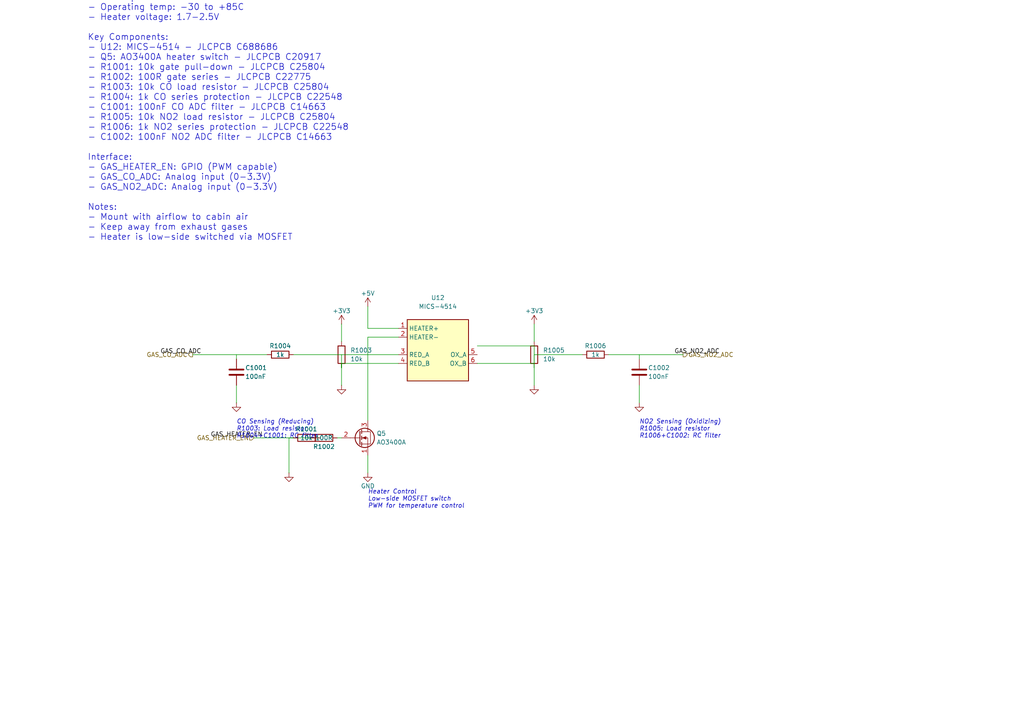
<source format=kicad_sch>
(kicad_sch (version 20231120) (generator "eeschema") (generator_version "8.0")
  (paper "A4")
  (title_block (title "Section 10: Gas Sensor") (date "2026-01-29") (rev "1.0") (company "IMSAFE Project") (comment 1 "MICS-4514 CO + NO2 Dual Gas Sensor") (comment 2 "Analog outputs with heater control"))
  (lib_symbols
    (symbol "Device:C" (pin_numbers hide) (pin_names (offset 0.254))
      (property "Reference" "C" (at 0.635 2.54 0))
      (property "Value" "C" (at 0.635 -2.54 0))
      (symbol "C_0_1"
        (polyline (pts (xy -2.032 -0.762) (xy 2.032 -0.762)) (stroke (width 0.508)))
        (polyline (pts (xy -2.032 0.762) (xy 2.032 0.762)) (stroke (width 0.508)))
      )
      (symbol "C_1_1"
        (pin passive line (at 0 3.81 270) (length 2.794) (name "~") (number "1"))
        (pin passive line (at 0 -3.81 90) (length 2.794) (name "~") (number "2"))
      )
    )
    (symbol "Device:R" (pin_numbers hide) (pin_names (offset 0))
      (property "Reference" "R" (at 2.032 0 90))
      (property "Value" "R" (at 0 0 90))
      (symbol "R_0_1"
        (rectangle (start -1.016 -2.54) (end 1.016 2.54) (stroke (width 0.254)))
      )
      (symbol "R_1_1"
        (pin passive line (at 0 3.81 270) (length 1.27) (name "~") (number "1"))
        (pin passive line (at 0 -3.81 90) (length 1.27) (name "~") (number "2"))
      )
    )
    (symbol "power:GND" (power) (pin_numbers hide) (pin_names (offset 0) hide)
      (property "Value" "GND" (at 0 -3.81 0))
      (symbol "GND_0_1"
        (polyline (pts (xy 0 0) (xy 0 -1.27) (xy 1.27 -1.27) (xy 0 -2.54) (xy -1.27 -1.27) (xy 0 -1.27)))
      )
      (symbol "GND_1_1"
        (pin power_in line (at 0 0 270) (length 0) (name "GND") (number "1"))
      )
    )
    (symbol "power:+3V3" (power) (pin_numbers hide) (pin_names (offset 0) hide)
      (property "Value" "+3V3" (at 0 3.556 0))
      (symbol "+3V3_0_1"
        (polyline (pts (xy -0.762 1.27) (xy 0 2.54)))
        (polyline (pts (xy 0 0) (xy 0 2.54)))
        (polyline (pts (xy 0 2.54) (xy 0.762 1.27)))
      )
      (symbol "+3V3_1_1"
        (pin power_in line (at 0 0 90) (length 0) (name "+3V3") (number "1"))
      )
    )
    (symbol "power:+5V" (power) (pin_numbers hide) (pin_names (offset 0) hide)
      (property "Value" "+5V" (at 0 3.556 0))
      (symbol "+5V_0_1"
        (polyline (pts (xy -0.762 1.27) (xy 0 2.54)))
        (polyline (pts (xy 0 0) (xy 0 2.54)))
        (polyline (pts (xy 0 2.54) (xy 0.762 1.27)))
      )
      (symbol "+5V_1_1"
        (pin power_in line (at 0 0 90) (length 0) (name "+5V") (number "1"))
      )
    )
    (symbol "Transistor_FET:AO3400A" (pin_names hide)
      (property "Reference" "Q" (at 5.08 1.905 0))
      (property "Value" "AO3400A" (at 5.08 0 0))
      (symbol "AO3400A_0_1"
        (polyline (pts (xy 0.254 0) (xy -2.54 0)))
        (polyline (pts (xy 0.254 1.905) (xy 0.254 -1.905)) (stroke (width 0.254)))
        (polyline (pts (xy 0.762 -1.27) (xy 0.762 -2.286)) (stroke (width 0.254)))
        (polyline (pts (xy 0.762 0.508) (xy 0.762 -0.508)) (stroke (width 0.254)))
        (polyline (pts (xy 0.762 2.286) (xy 0.762 1.27)) (stroke (width 0.254)))
        (polyline (pts (xy 2.54 2.54) (xy 2.54 1.778)))
        (polyline (pts (xy 2.54 -2.54) (xy 2.54 0) (xy 0.762 0)))
        (polyline (pts (xy 0.762 -1.778) (xy 3.302 -1.778) (xy 3.302 1.778) (xy 0.762 1.778)))
        (polyline (pts (xy 1.016 0) (xy 2.032 0.381) (xy 2.032 -0.381) (xy 1.016 0)) (fill (type outline)))
        (circle (center 1.651 0) (radius 2.794) (stroke (width 0.254)))
      )
      (symbol "AO3400A_1_1"
        (pin passive line (at 2.54 -5.08 90) (length 2.54) (name "S") (number "1"))
        (pin input line (at -5.08 0 0) (length 2.54) (name "G") (number "2"))
        (pin passive line (at 2.54 5.08 270) (length 2.54) (name "D") (number "3"))
      )
    )
    (symbol "Sensor_Gas:MICS-4514"
      (property "Reference" "U" (at 0 12.7 0))
      (property "Value" "MICS-4514" (at 0 10.16 0))
      (symbol "MICS-4514_0_1"
        (rectangle (start -8.89 8.89) (end 8.89 -8.89) (stroke (width 0.254)) (fill (type background)))
      )
      (symbol "MICS-4514_1_1"
        (pin passive line (at -11.43 6.35 0) (length 2.54) (name "HEATER+") (number "1"))
        (pin passive line (at -11.43 3.81 0) (length 2.54) (name "HEATER-") (number "2"))
        (pin passive line (at -11.43 -1.27 0) (length 2.54) (name "RED_A") (number "3"))
        (pin passive line (at -11.43 -3.81 0) (length 2.54) (name "RED_B") (number "4"))
        (pin passive line (at 11.43 -1.27 180) (length 2.54) (name "OX_A") (number "5"))
        (pin passive line (at 11.43 -3.81 180) (length 2.54) (name "OX_B") (number "6"))
      )
    )
  )
  (text "MICS-4514 Dual Gas Sensor\n\nSpecifications:\n- CO (Reducing) range: 1-1000 ppm\n- NO2 (Oxidizing) range: 0.05-10 ppm\n- Heater power: ~80 mW\n- Warmup time: 30 seconds\n- Operating temp: -30 to +85C\n- Heater voltage: 1.7-2.5V\n\nKey Components:\n- U12: MICS-4514 - JLCPCB C688686\n- Q5: AO3400A heater switch - JLCPCB C20917\n- R1001: 10k gate pull-down - JLCPCB C25804\n- R1002: 100R gate series - JLCPCB C22775\n- R1003: 10k CO load resistor - JLCPCB C25804\n- R1004: 1k CO series protection - JLCPCB C22548\n- C1001: 100nF CO ADC filter - JLCPCB C14663\n- R1005: 10k NO2 load resistor - JLCPCB C25804\n- R1006: 1k NO2 series protection - JLCPCB C22548\n- C1002: 100nF NO2 ADC filter - JLCPCB C14663\n\nInterface:\n- GAS_HEATER_EN: GPIO (PWM capable)\n- GAS_CO_ADC: Analog input (0-3.3V)\n- GAS_NO2_ADC: Analog input (0-3.3V)\n\nNotes:\n- Mount with airflow to cabin air\n- Keep away from exhaust gases\n- Heater is low-side switched via MOSFET" (at 25.4 25.4 0) (effects (font (size 1.8 1.8)) (justify left)))
  (symbol (lib_id "Sensor_Gas:MICS-4514") (at 127 101.6 0) (unit 1)
    (property "Reference" "U12" (at 127 86.36 0))
    (property "Value" "MICS-4514" (at 127 88.9 0))
    (property "Footprint" "Sensor_Gas:SGX_MICS-4514" (effects hide))
    (property "Datasheet" "https://www.sgxsensortech.com/content/uploads/2014/08/1084_Datasheet-MiCS-4514.pdf" (effects hide))
    (property "JLCPCB" "C688686" (effects hide))
  )
  (symbol (lib_id "Transistor_FET:AO3400A") (at 104.14 127 0) (unit 1)
    (property "Reference" "Q5" (at 109.22 125.73 0) (effects (justify left)))
    (property "Value" "AO3400A" (at 109.22 128.27 0) (effects (justify left)))
    (property "Footprint" "Package_TO_SOT_SMD:SOT-23" (effects hide))
    (property "Datasheet" "http://www.aosmd.com/pdfs/datasheet/AO3400A.pdf" (effects hide))
    (property "JLCPCB" "C20917" (effects hide))
  )
  (symbol (lib_id "Device:R") (at 88.9 127 90) (unit 1)
    (property "Reference" "R1001" (at 88.9 124.46 90))
    (property "Value" "10k" (at 88.9 127 90))
    (property "Footprint" "Resistor_SMD:R_0603_1608Metric" (effects hide))
    (property "JLCPCB" "C25804" (effects hide))
  )
  (symbol (lib_id "Device:R") (at 93.98 127 90) (unit 1)
    (property "Reference" "R1002" (at 93.98 129.54 90))
    (property "Value" "100R" (at 93.98 127 90))
    (property "Footprint" "Resistor_SMD:R_0603_1608Metric" (effects hide))
    (property "JLCPCB" "C22775" (effects hide))
  )
  (symbol (lib_id "Device:R") (at 99.06 102.87 0) (unit 1)
    (property "Reference" "R1003" (at 101.6 101.6 0) (effects (justify left)))
    (property "Value" "10k" (at 101.6 104.14 0) (effects (justify left)))
    (property "Footprint" "Resistor_SMD:R_0603_1608Metric" (effects hide))
    (property "JLCPCB" "C25804" (effects hide))
  )
  (symbol (lib_id "Device:R") (at 81.28 102.87 90) (unit 1)
    (property "Reference" "R1004" (at 81.28 100.33 90))
    (property "Value" "1k" (at 81.28 102.87 90))
    (property "Footprint" "Resistor_SMD:R_0603_1608Metric" (effects hide))
    (property "JLCPCB" "C22548" (effects hide))
  )
  (symbol (lib_id "Device:C") (at 68.58 107.95 0) (unit 1)
    (property "Reference" "C1001" (at 71.12 106.68 0) (effects (justify left)))
    (property "Value" "100nF" (at 71.12 109.22 0) (effects (justify left)))
    (property "Footprint" "Capacitor_SMD:C_0603_1608Metric" (effects hide))
    (property "JLCPCB" "C14663" (effects hide))
  )
  (symbol (lib_id "Device:R") (at 154.94 102.87 0) (unit 1)
    (property "Reference" "R1005" (at 157.48 101.6 0) (effects (justify left)))
    (property "Value" "10k" (at 157.48 104.14 0) (effects (justify left)))
    (property "Footprint" "Resistor_SMD:R_0603_1608Metric" (effects hide))
    (property "JLCPCB" "C25804" (effects hide))
  )
  (symbol (lib_id "Device:R") (at 172.72 102.87 90) (unit 1)
    (property "Reference" "R1006" (at 172.72 100.33 90))
    (property "Value" "1k" (at 172.72 102.87 90))
    (property "Footprint" "Resistor_SMD:R_0603_1608Metric" (effects hide))
    (property "JLCPCB" "C22548" (effects hide))
  )
  (symbol (lib_id "Device:C") (at 185.42 107.95 0) (unit 1)
    (property "Reference" "C1002" (at 187.96 106.68 0) (effects (justify left)))
    (property "Value" "100nF" (at 187.96 109.22 0) (effects (justify left)))
    (property "Footprint" "Capacitor_SMD:C_0603_1608Metric" (effects hide))
    (property "JLCPCB" "C14663" (effects hide))
  )
  (symbol (lib_id "power:+5V") (at 106.68 88.9 0) (unit 1)
    (property "Reference" "#PWR1001" (effects hide))
    (property "Value" "+5V" (at 106.68 85.09 0))
  )
  (symbol (lib_id "power:+3V3") (at 99.06 93.98 0) (unit 1)
    (property "Reference" "#PWR1002" (effects hide))
    (property "Value" "+3V3" (at 99.06 90.17 0))
  )
  (symbol (lib_id "power:+3V3") (at 154.94 93.98 0) (unit 1)
    (property "Reference" "#PWR1003" (effects hide))
    (property "Value" "+3V3" (at 154.94 90.17 0))
  )
  (symbol (lib_id "power:GND") (at 106.68 137.16 0) (unit 1)
    (property "Reference" "#PWR1004" (effects hide))
    (property "Value" "GND" (at 106.68 140.97 0))
  )
  (symbol (lib_id "power:GND") (at 83.82 137.16 0) (unit 1)
    (property "Reference" "#PWR1005" (effects hide))
    (property "Value" "GND" (effects hide))
  )
  (symbol (lib_id "power:GND") (at 99.06 111.76 0) (unit 1)
    (property "Reference" "#PWR1006" (effects hide))
    (property "Value" "GND" (effects hide))
  )
  (symbol (lib_id "power:GND") (at 68.58 116.84 0) (unit 1)
    (property "Reference" "#PWR1007" (effects hide))
    (property "Value" "GND" (effects hide))
  )
  (symbol (lib_id "power:GND") (at 154.94 111.76 0) (unit 1)
    (property "Reference" "#PWR1008" (effects hide))
    (property "Value" "GND" (effects hide))
  )
  (symbol (lib_id "power:GND") (at 185.42 116.84 0) (unit 1)
    (property "Reference" "#PWR1009" (effects hide))
    (property "Value" "GND" (effects hide))
  )
  (wire (pts (xy 106.68 88.9) (xy 106.68 95.25)))
  (wire (pts (xy 106.68 95.25) (xy 115.57 95.25)))
  (wire (pts (xy 115.57 97.79) (xy 106.68 97.79)))
  (wire (pts (xy 106.68 97.79) (xy 106.68 121.92)))
  (wire (pts (xy 106.68 132.08) (xy 106.68 137.16)))
  (wire (pts (xy 85.09 127) (xy 83.82 127)))
  (wire (pts (xy 83.82 127) (xy 83.82 137.16)))
  (wire (pts (xy 92.71 127) (xy 90.17 127)))
  (wire (pts (xy 97.79 127) (xy 99.06 127)))
  (wire (pts (xy 90.17 127) (xy 76.2 127)))
  (wire (pts (xy 99.06 93.98) (xy 99.06 99.06)))
  (wire (pts (xy 99.06 106.68) (xy 99.06 102.87)))
  (wire (pts (xy 115.57 102.87) (xy 99.06 102.87)))
  (wire (pts (xy 99.06 106.68) (xy 99.06 105.41)))
  (wire (pts (xy 115.57 105.41) (xy 99.06 105.41)))
  (wire (pts (xy 99.06 105.41) (xy 99.06 111.76)))
  (wire (pts (xy 85.09 102.87) (xy 99.06 102.87)))
  (wire (pts (xy 77.47 102.87) (xy 68.58 102.87)))
  (wire (pts (xy 68.58 102.87) (xy 68.58 104.14)))
  (wire (pts (xy 68.58 111.76) (xy 68.58 116.84)))
  (wire (pts (xy 68.58 102.87) (xy 58.42 102.87)))
  (wire (pts (xy 154.94 93.98) (xy 154.94 99.06)))
  (wire (pts (xy 154.94 106.68) (xy 154.94 100.33)))
  (wire (pts (xy 138.43 100.33) (xy 154.94 100.33)))
  (wire (pts (xy 154.94 106.68) (xy 154.94 102.87)))
  (wire (pts (xy 138.43 105.41) (xy 154.94 105.41)))
  (wire (pts (xy 154.94 105.41) (xy 154.94 111.76)))
  (wire (pts (xy 168.91 102.87) (xy 154.94 102.87)))
  (wire (pts (xy 176.53 102.87) (xy 185.42 102.87)))
  (wire (pts (xy 185.42 102.87) (xy 185.42 104.14)))
  (wire (pts (xy 185.42 111.76) (xy 185.42 116.84)))
  (wire (pts (xy 185.42 102.87) (xy 195.58 102.87)))
  (label "GAS_HEATER_EN" (at 76.2 127 180))
  (label "GAS_CO_ADC" (at 58.42 102.87 180))
  (label "GAS_NO2_ADC" (at 195.58 102.87 0))
  (hierarchical_label "GAS_HEATER_EN" (shape input) (at 73.66 127 180))
  (hierarchical_label "GAS_CO_ADC" (shape output) (at 55.88 102.87 180))
  (hierarchical_label "GAS_NO2_ADC" (shape output) (at 198.12 102.87 0))
  (wire (pts (xy 73.66 127) (xy 76.2 127)))
  (wire (pts (xy 55.88 102.87) (xy 58.42 102.87)))
  (wire (pts (xy 195.58 102.87) (xy 198.12 102.87)))
  (text "Heater Control\nLow-side MOSFET switch\nPWM for temperature control" (at 106.68 144.78 0) (effects (font (size 1.27 1.27) (italic yes)) (justify left)))
  (text "CO Sensing (Reducing)\nR1003: Load resistor\nR1004+C1001: RC filter" (at 68.58 124.46 0) (effects (font (size 1.27 1.27) (italic yes)) (justify left)))
  (text "NO2 Sensing (Oxidizing)\nR1005: Load resistor\nR1006+C1002: RC filter" (at 185.42 124.46 0) (effects (font (size 1.27 1.27) (italic yes)) (justify left)))
)
</source>
